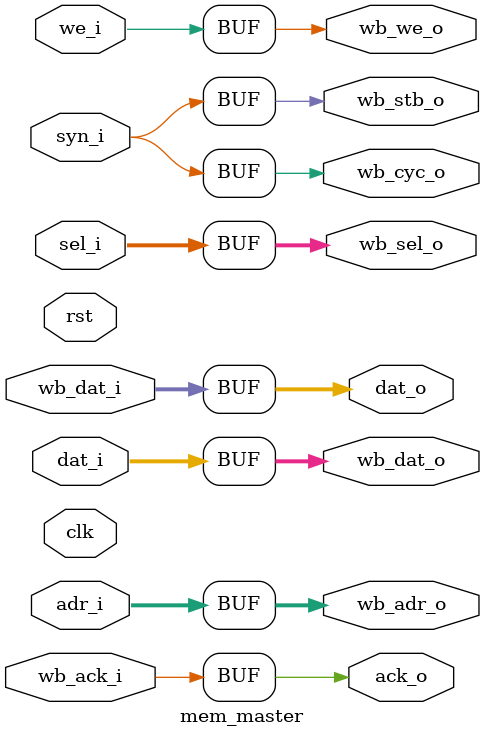
<source format=sv>
/*
    memory master module
    input:
        clk: clock
        rst: reset
        syn_i: sync signal (memory access challenge)
        we_i: write enable
        adr_i: address
        dat_i: data input
        sel_i: select
    output:
        ack_o: acknowledge
        dat_o: data output

    default wishbone interface:
        wb_cyc_o: wishbone cycle
        wb_stb_o: wishbone strobe
        wb_ack_i: wishbone ack
        wb_adr_o: wishbone address
        wb_dat_o: wishbone data
        wb_dat_i: wishbone data
        wb_sel_o: wishbone select
        wb_we_o:  wishbone write enable
*/




`default_nettype none

module mem_master(
    input wire clk,
    input wire rst,
    //input signal
    input wire syn_i,
    input wire we_i,
    input wire [31:0] adr_i,
    input wire [31:0] dat_i,
    input wire [3:0] sel_i,
    //output signal
    output reg ack_o,
    output reg [31:0] dat_o,

    // wishbone interface
    output reg        wb_cyc_o,
    output reg        wb_stb_o,
    input wire        wb_ack_i,
    output reg [31:0] wb_adr_o,
    output reg [31:0] wb_dat_o,
    input wire [31:0] wb_dat_i,
    output reg [3:0]  wb_sel_o,
    output reg        wb_we_o

);
    typedef enum logic [1:0]{
        IDLE,
        WAIT,
        DONE
    }state_t;
    state_t mem_state;

    assign ack_o = wb_ack_i;
    assign wb_stb_o = syn_i;
    assign wb_cyc_o = syn_i;
    assign wb_adr_o = adr_i;
    assign wb_dat_o = dat_i;
    assign wb_we_o = we_i;
    assign wb_sel_o = sel_i;
    assign dat_o = wb_dat_i;

endmodule
</source>
